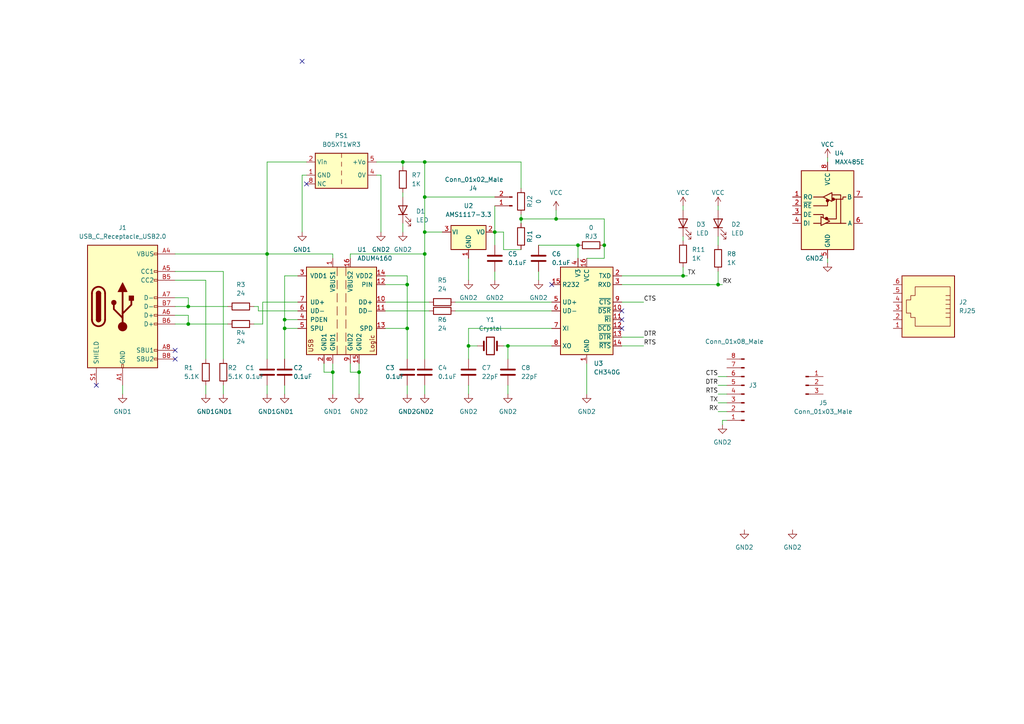
<source format=kicad_sch>
(kicad_sch (version 20211123) (generator eeschema)
  (paper "A4")
  (title_block (title "HIL01 - ISOLATED USB TO RS485"))
  (lib_symbols
    (symbol "Connector:Conn_01x02_Male" (pin_names (offset 1.016) hide)
      (property "Reference" "J" (at 0 2.54 0))
      (property "Value" "Conn_01x02_Male" (at 0 -5.08 0))
      (symbol "Conn_01x02_Male_1_1"
        (polyline (pts (xy 1.27 -2.54) (xy 0.8636 -2.54)) (stroke (width 0.1524)))
        (polyline (pts (xy 1.27 0) (xy 0.8636 0)) (stroke (width 0.1524)))
        (rectangle (start 0.8636 -2.413) (end 0 -2.667) (stroke (width 0.1524)) (fill (type outline)))
        (rectangle (start 0.8636 0.127) (end 0 -0.127) (stroke (width 0.1524)) (fill (type outline)))
        (pin passive line (at 5.08 0 180) (length 3.81) (name "Pin_1") (number "1"))
        (pin passive line (at 5.08 -2.54 180) (length 3.81) (name "Pin_2") (number "2"))
      )
    )
    (symbol "Connector:Conn_01x03_Male" (pin_names (offset 1.016) hide)
      (property "Reference" "J" (at 0 5.08 0))
      (property "Value" "Conn_01x03_Male" (at 0 -5.08 0))
      (symbol "Conn_01x03_Male_1_1"
        (polyline (pts (xy 1.27 -2.54) (xy 0.8636 -2.54)) (stroke (width 0.1524)))
        (polyline (pts (xy 1.27 0) (xy 0.8636 0)) (stroke (width 0.1524)))
        (polyline (pts (xy 1.27 2.54) (xy 0.8636 2.54)) (stroke (width 0.1524)))
        (rectangle (start 0.8636 -2.413) (end 0 -2.667) (stroke (width 0.1524)) (fill (type outline)))
        (rectangle (start 0.8636 0.127) (end 0 -0.127) (stroke (width 0.1524)) (fill (type outline)))
        (rectangle (start 0.8636 2.667) (end 0 2.413) (stroke (width 0.1524)) (fill (type outline)))
        (pin passive line (at 5.08 2.54 180) (length 3.81) (name "Pin_1") (number "1"))
        (pin passive line (at 5.08 0 180) (length 3.81) (name "Pin_2") (number "2"))
        (pin passive line (at 5.08 -2.54 180) (length 3.81) (name "Pin_3") (number "3"))
      )
    )
    (symbol "Connector:Conn_01x08_Male" (pin_names (offset 1.016) hide)
      (property "Reference" "J" (at 0 10.16 0))
      (property "Value" "Conn_01x08_Male" (at 0 -12.7 0))
      (symbol "Conn_01x08_Male_1_1"
        (polyline (pts (xy 1.27 -10.16) (xy 0.8636 -10.16)) (stroke (width 0.1524)))
        (polyline (pts (xy 1.27 -7.62) (xy 0.8636 -7.62)) (stroke (width 0.1524)))
        (polyline (pts (xy 1.27 -5.08) (xy 0.8636 -5.08)) (stroke (width 0.1524)))
        (polyline (pts (xy 1.27 -2.54) (xy 0.8636 -2.54)) (stroke (width 0.1524)))
        (polyline (pts (xy 1.27 0) (xy 0.8636 0)) (stroke (width 0.1524)))
        (polyline (pts (xy 1.27 2.54) (xy 0.8636 2.54)) (stroke (width 0.1524)))
        (polyline (pts (xy 1.27 5.08) (xy 0.8636 5.08)) (stroke (width 0.1524)))
        (polyline (pts (xy 1.27 7.62) (xy 0.8636 7.62)) (stroke (width 0.1524)))
        (rectangle (start 0.8636 -10.033) (end 0 -10.287) (stroke (width 0.1524)) (fill (type outline)))
        (rectangle (start 0.8636 -7.493) (end 0 -7.747) (stroke (width 0.1524)) (fill (type outline)))
        (rectangle (start 0.8636 -4.953) (end 0 -5.207) (stroke (width 0.1524)) (fill (type outline)))
        (rectangle (start 0.8636 -2.413) (end 0 -2.667) (stroke (width 0.1524)) (fill (type outline)))
        (rectangle (start 0.8636 0.127) (end 0 -0.127) (stroke (width 0.1524)) (fill (type outline)))
        (rectangle (start 0.8636 2.667) (end 0 2.413) (stroke (width 0.1524)) (fill (type outline)))
        (rectangle (start 0.8636 5.207) (end 0 4.953) (stroke (width 0.1524)) (fill (type outline)))
        (rectangle (start 0.8636 7.747) (end 0 7.493) (stroke (width 0.1524)) (fill (type outline)))
        (pin passive line (at 5.08 7.62 180) (length 3.81) (name "Pin_1") (number "1"))
        (pin passive line (at 5.08 5.08 180) (length 3.81) (name "Pin_2") (number "2"))
        (pin passive line (at 5.08 2.54 180) (length 3.81) (name "Pin_3") (number "3"))
        (pin passive line (at 5.08 0 180) (length 3.81) (name "Pin_4") (number "4"))
        (pin passive line (at 5.08 -2.54 180) (length 3.81) (name "Pin_5") (number "5"))
        (pin passive line (at 5.08 -5.08 180) (length 3.81) (name "Pin_6") (number "6"))
        (pin passive line (at 5.08 -7.62 180) (length 3.81) (name "Pin_7") (number "7"))
        (pin passive line (at 5.08 -10.16 180) (length 3.81) (name "Pin_8") (number "8"))
      )
    )
    (symbol "Connector:RJ25" (pin_names (offset 1.016))
      (property "Reference" "J" (at -5.08 11.43 0))
      (property "Value" "RJ25" (at 2.54 11.43 0))
      (symbol "RJ25_0_1"
        (polyline (pts (xy -6.35 -1.905) (xy -5.08 -1.905) (xy -5.08 -1.905)))
        (polyline (pts (xy -6.35 -0.635) (xy -5.08 -0.635) (xy -5.08 -0.635)))
        (polyline (pts (xy -6.35 0.635) (xy -5.08 0.635) (xy -5.08 0.635)))
        (polyline (pts (xy -6.35 1.905) (xy -5.08 1.905) (xy -5.08 1.905)))
        (polyline (pts (xy -6.35 3.175) (xy -5.08 3.175) (xy -5.08 3.175)))
        (polyline (pts (xy -5.08 4.445) (xy -6.35 4.445) (xy -6.35 4.445)))
        (polyline (pts (xy -6.35 -4.445) (xy -6.35 6.985) (xy 3.81 6.985) (xy 3.81 4.445) (xy 5.08 4.445) (xy 5.08 3.175) (xy 6.35 3.175) (xy 6.35 -0.635) (xy 5.08 -0.635) (xy 5.08 -1.905) (xy 3.81 -1.905) (xy 3.81 -4.445) (xy -6.35 -4.445) (xy -6.35 -4.445)))
        (rectangle (start 7.62 10.16) (end -7.62 -7.62) (stroke (width 0.254)) (fill (type background)))
      )
      (symbol "RJ25_1_1"
        (pin passive line (at 10.16 -5.08 180) (length 2.54) (name "~") (number "1"))
        (pin passive line (at 10.16 -2.54 180) (length 2.54) (name "~") (number "2"))
        (pin passive line (at 10.16 0 180) (length 2.54) (name "~") (number "3"))
        (pin passive line (at 10.16 2.54 180) (length 2.54) (name "~") (number "4"))
        (pin passive line (at 10.16 5.08 180) (length 2.54) (name "~") (number "5"))
        (pin passive line (at 10.16 7.62 180) (length 2.54) (name "~") (number "6"))
      )
    )
    (symbol "Connector:USB_C_Receptacle_USB2.0" (pin_names (offset 1.016))
      (property "Reference" "J" (at -10.16 19.05 0))
      (property "Value" "USB_C_Receptacle_USB2.0" (at 19.05 19.05 0))
      (symbol "USB_C_Receptacle_USB2.0_0_0"
        (rectangle (start -0.254 -17.78) (end 0.254 -16.764))
        (rectangle (start 10.16 -14.986) (end 9.144 -15.494))
        (rectangle (start 10.16 -12.446) (end 9.144 -12.954))
        (rectangle (start 10.16 -4.826) (end 9.144 -5.334))
        (rectangle (start 10.16 -2.286) (end 9.144 -2.794))
        (rectangle (start 10.16 0.254) (end 9.144 -0.254))
        (rectangle (start 10.16 2.794) (end 9.144 2.286))
        (rectangle (start 10.16 7.874) (end 9.144 7.366))
        (rectangle (start 10.16 10.414) (end 9.144 9.906))
        (rectangle (start 10.16 15.494) (end 9.144 14.986))
      )
      (symbol "USB_C_Receptacle_USB2.0_0_1"
        (rectangle (start -10.16 17.78) (end 10.16 -17.78) (stroke (width 0.254)) (fill (type background)))
        (arc (start -8.89 -3.81) (mid -6.985 -5.715) (end -5.08 -3.81) (stroke (width 0.508)))
        (arc (start -7.62 -3.81) (mid -6.985 -4.445) (end -6.35 -3.81) (stroke (width 0.254)))
        (arc (start -7.62 -3.81) (mid -6.985 -4.445) (end -6.35 -3.81) (stroke (width 0.254)) (fill (type outline)))
        (rectangle (start -7.62 -3.81) (end -6.35 3.81) (stroke (width 0.254)) (fill (type outline)))
        (arc (start -6.35 3.81) (mid -6.985 4.445) (end -7.62 3.81) (stroke (width 0.254)))
        (arc (start -6.35 3.81) (mid -6.985 4.445) (end -7.62 3.81) (stroke (width 0.254)) (fill (type outline)))
        (arc (start -5.08 3.81) (mid -6.985 5.715) (end -8.89 3.81) (stroke (width 0.508)))
        (circle (center -2.54 1.143) (radius 0.635) (stroke (width 0.254)) (fill (type outline)))
        (circle (center 0 -5.842) (radius 1.27) (fill (type outline)))
        (polyline (pts (xy -8.89 -3.81) (xy -8.89 3.81)) (stroke (width 0.508)))
        (polyline (pts (xy -5.08 3.81) (xy -5.08 -3.81)) (stroke (width 0.508)))
        (polyline (pts (xy 0 -5.842) (xy 0 4.318)) (stroke (width 0.508)))
        (polyline (pts (xy 0 -3.302) (xy -2.54 -0.762) (xy -2.54 0.508)) (stroke (width 0.508)))
        (polyline (pts (xy 0 -2.032) (xy 2.54 0.508) (xy 2.54 1.778)) (stroke (width 0.508)))
        (polyline (pts (xy -1.27 4.318) (xy 0 6.858) (xy 1.27 4.318) (xy -1.27 4.318)) (stroke (width 0.254)) (fill (type outline)))
        (rectangle (start 1.905 1.778) (end 3.175 3.048) (stroke (width 0.254)) (fill (type outline)))
      )
      (symbol "USB_C_Receptacle_USB2.0_1_1"
        (pin passive line (at 0 -22.86 90) (length 5.08) (name "GND") (number "A1"))
        (pin passive line (at 0 -22.86 90) (length 5.08) hide (name "GND") (number "A12"))
        (pin passive line (at 15.24 15.24 180) (length 5.08) (name "VBUS") (number "A4"))
        (pin bidirectional line (at 15.24 10.16 180) (length 5.08) (name "CC1") (number "A5"))
        (pin bidirectional line (at 15.24 -2.54 180) (length 5.08) (name "D+") (number "A6"))
        (pin bidirectional line (at 15.24 2.54 180) (length 5.08) (name "D-") (number "A7"))
        (pin bidirectional line (at 15.24 -12.7 180) (length 5.08) (name "SBU1") (number "A8"))
        (pin passive line (at 15.24 15.24 180) (length 5.08) hide (name "VBUS") (number "A9"))
        (pin passive line (at 0 -22.86 90) (length 5.08) hide (name "GND") (number "B1"))
        (pin passive line (at 0 -22.86 90) (length 5.08) hide (name "GND") (number "B12"))
        (pin passive line (at 15.24 15.24 180) (length 5.08) hide (name "VBUS") (number "B4"))
        (pin bidirectional line (at 15.24 7.62 180) (length 5.08) (name "CC2") (number "B5"))
        (pin bidirectional line (at 15.24 -5.08 180) (length 5.08) (name "D+") (number "B6"))
        (pin bidirectional line (at 15.24 0 180) (length 5.08) (name "D-") (number "B7"))
        (pin bidirectional line (at 15.24 -15.24 180) (length 5.08) (name "SBU2") (number "B8"))
        (pin passive line (at 15.24 15.24 180) (length 5.08) hide (name "VBUS") (number "B9"))
        (pin passive line (at -7.62 -22.86 90) (length 5.08) (name "SHIELD") (number "S1"))
      )
    )
    (symbol "Converter_DCDC_SMD:B05XT1WR3"
      (property "Reference" "PS" (at -7.62 6.35 0))
      (property "Value" "B05XT1WR3" (at 1.27 6.35 0))
      (symbol "B05XT1WR3_0_0"
        (pin power_in line (at -10.16 -1.27 0) (length 2.54) (name "GND") (number "1"))
        (pin power_in line (at -10.16 2.54 0) (length 2.54) (name "Vin") (number "2"))
        (pin power_out line (at 10.16 -1.27 180) (length 2.54) (name "0V") (number "4"))
        (pin power_out line (at 10.16 2.54 180) (length 2.54) (name "+Vo") (number "5"))
        (pin power_in line (at -10.16 -3.81 0) (length 2.54) (name "NC") (number "8"))
      )
      (symbol "B05XT1WR3_0_1"
        (rectangle (start -7.62 5.08) (end 7.62 -5.08) (stroke (width 0.254)) (fill (type background)))
        (polyline (pts (xy 0 -2.54) (xy 0 -3.81)))
        (polyline (pts (xy 0 0) (xy 0 -1.27)))
        (polyline (pts (xy 0 2.54) (xy 0 1.27)))
        (polyline (pts (xy 0 5.08) (xy 0 3.81)))
      )
    )
    (symbol "Device:C" (pin_numbers hide) (pin_names (offset 0.254))
      (property "Reference" "C" (at 0.635 2.54 0))
      (property "Value" "C" (at 0.635 -2.54 0))
      (symbol "C_0_1"
        (polyline (pts (xy -2.032 -0.762) (xy 2.032 -0.762)) (stroke (width 0.508)))
        (polyline (pts (xy -2.032 0.762) (xy 2.032 0.762)) (stroke (width 0.508)))
      )
      (symbol "C_1_1"
        (pin passive line (at 0 3.81 270) (length 2.794) (name "~") (number "1"))
        (pin passive line (at 0 -3.81 90) (length 2.794) (name "~") (number "2"))
      )
    )
    (symbol "Device:Crystal" (pin_numbers hide) (pin_names (offset 1.016) hide)
      (property "Reference" "Y" (at 0 3.81 0))
      (property "Value" "Crystal" (at 0 -3.81 0))
      (symbol "Crystal_0_1"
        (rectangle (start -1.143 2.54) (end 1.143 -2.54) (stroke (width 0.3048)))
        (polyline (pts (xy -2.54 0) (xy -1.905 0)))
        (polyline (pts (xy -1.905 -1.27) (xy -1.905 1.27)) (stroke (width 0.508)))
        (polyline (pts (xy 1.905 -1.27) (xy 1.905 1.27)) (stroke (width 0.508)))
        (polyline (pts (xy 2.54 0) (xy 1.905 0)))
      )
      (symbol "Crystal_1_1"
        (pin passive line (at -3.81 0 0) (length 1.27) (name "1") (number "1"))
        (pin passive line (at 3.81 0 180) (length 1.27) (name "2") (number "2"))
      )
    )
    (symbol "Device:LED" (pin_numbers hide) (pin_names (offset 1.016) hide)
      (property "Reference" "D" (at 0 2.54 0))
      (property "Value" "LED" (at 0 -2.54 0))
      (symbol "LED_0_1"
        (polyline (pts (xy -1.27 -1.27) (xy -1.27 1.27)) (stroke (width 0.254)))
        (polyline (pts (xy -1.27 0) (xy 1.27 0)))
        (polyline (pts (xy 1.27 -1.27) (xy 1.27 1.27) (xy -1.27 0) (xy 1.27 -1.27)) (stroke (width 0.254)))
        (polyline (pts (xy -3.048 -0.762) (xy -4.572 -2.286) (xy -3.81 -2.286) (xy -4.572 -2.286) (xy -4.572 -1.524)))
        (polyline (pts (xy -1.778 -0.762) (xy -3.302 -2.286) (xy -2.54 -2.286) (xy -3.302 -2.286) (xy -3.302 -1.524)))
      )
      (symbol "LED_1_1"
        (pin passive line (at -3.81 0 0) (length 2.54) (name "K") (number "1"))
        (pin passive line (at 3.81 0 180) (length 2.54) (name "A") (number "2"))
      )
    )
    (symbol "Device:R" (pin_numbers hide) (pin_names (offset 0))
      (property "Reference" "R" (at 2.032 0 90))
      (property "Value" "R" (at 0 0 90))
      (symbol "R_0_1"
        (rectangle (start -1.016 -2.54) (end 1.016 2.54) (stroke (width 0.254)))
      )
      (symbol "R_1_1"
        (pin passive line (at 0 3.81 270) (length 1.27) (name "~") (number "1"))
        (pin passive line (at 0 -3.81 90) (length 1.27) (name "~") (number "2"))
      )
    )
    (symbol "Interface_UART:MAX485E"
      (property "Reference" "U" (at -6.096 11.43 0))
      (property "Value" "MAX485E" (at 0.762 11.43 0))
      (symbol "MAX485E_0_1"
        (rectangle (start -7.62 10.16) (end 7.62 -12.7) (stroke (width 0.254)) (fill (type background)))
        (circle (center -0.3048 -3.683) (radius 0.3556) (stroke (width 0.254)) (fill (type outline)))
        (circle (center -0.0254 1.4986) (radius 0.3556) (stroke (width 0.254)) (fill (type outline)))
        (polyline (pts (xy -4.064 -5.08) (xy -1.905 -5.08)) (stroke (width 0.254)))
        (polyline (pts (xy -4.064 2.54) (xy -1.27 2.54)) (stroke (width 0.254)))
        (polyline (pts (xy -1.27 -3.2004) (xy -1.27 -3.4544)) (stroke (width 0.254)))
        (polyline (pts (xy -0.635 -5.08) (xy 5.334 -5.08)) (stroke (width 0.254)))
        (polyline (pts (xy -4.064 -2.54) (xy -1.27 -2.54) (xy -1.27 -3.175)) (stroke (width 0.254)))
        (polyline (pts (xy 0 1.27) (xy 0 0) (xy -4.064 0)) (stroke (width 0.254)))
        (polyline (pts (xy 1.27 3.175) (xy 3.81 3.175) (xy 3.81 -5.08)) (stroke (width 0.254)))
        (polyline (pts (xy 2.54 1.905) (xy 2.54 -3.81) (xy 0 -3.81)) (stroke (width 0.254)))
        (polyline (pts (xy -1.905 -3.175) (xy -1.905 -5.715) (xy 0.635 -4.445) (xy -1.905 -3.175)) (stroke (width 0.254)))
        (polyline (pts (xy -1.27 2.54) (xy 1.27 3.81) (xy 1.27 1.27) (xy -1.27 2.54)) (stroke (width 0.254)))
        (polyline (pts (xy 1.905 1.905) (xy 4.445 1.905) (xy 4.445 2.54) (xy 5.334 2.54)) (stroke (width 0.254)))
        (rectangle (start 1.27 3.175) (end 1.27 3.175))
        (circle (center 1.651 1.905) (radius 0.3556) (stroke (width 0.254)) (fill (type outline)))
      )
      (symbol "MAX485E_1_1"
        (pin output line (at -10.16 2.54 0) (length 2.54) (name "RO") (number "1"))
        (pin input line (at -10.16 0 0) (length 2.54) (name "~{RE}") (number "2"))
        (pin input line (at -10.16 -2.54 0) (length 2.54) (name "DE") (number "3"))
        (pin input line (at -10.16 -5.08 0) (length 2.54) (name "DI") (number "4"))
        (pin power_in line (at 0 -15.24 90) (length 2.54) (name "GND") (number "5"))
        (pin bidirectional line (at 10.16 -5.08 180) (length 2.54) (name "A") (number "6"))
        (pin bidirectional line (at 10.16 2.54 180) (length 2.54) (name "B") (number "7"))
        (pin power_in line (at 0 12.7 270) (length 2.54) (name "VCC") (number "8"))
      )
    )
    (symbol "Interface_USB:ADUM4160" (pin_names (offset 1.016))
      (property "Reference" "U" (at -10.16 13.97 0))
      (property "Value" "ADUM4160" (at 3.81 13.97 0))
      (symbol "ADUM4160_0_0"
        (text "Logic" (at 8.89 -12.065 900) (effects (font (size 1.27 1.27)) (justify left)))
      )
      (symbol "ADUM4160_0_1"
        (rectangle (start -10.16 12.7) (end 10.16 -12.7) (stroke (width 0.254)) (fill (type background)))
        (polyline (pts (xy -1.27 -10.16) (xy -1.27 -12.7)))
        (polyline (pts (xy -1.27 -6.35) (xy -1.27 -8.89)))
        (polyline (pts (xy -1.27 -2.54) (xy -1.27 -5.08)))
        (polyline (pts (xy -1.27 1.27) (xy -1.27 -1.27)))
        (polyline (pts (xy -1.27 5.08) (xy -1.27 2.54)))
        (polyline (pts (xy -1.27 8.89) (xy -1.27 6.35)))
        (polyline (pts (xy -1.27 12.7) (xy -1.27 10.16)))
        (polyline (pts (xy 1.27 -10.16) (xy 1.27 -12.7)))
        (polyline (pts (xy 1.27 -6.35) (xy 1.27 -8.89)))
        (polyline (pts (xy 1.27 -2.54) (xy 1.27 -5.08)))
        (polyline (pts (xy 1.27 1.27) (xy 1.27 -1.27)))
        (polyline (pts (xy 1.27 5.08) (xy 1.27 2.54)))
        (polyline (pts (xy 1.27 8.89) (xy 1.27 6.35)))
        (polyline (pts (xy 1.27 12.7) (xy 1.27 10.16)))
      )
      (symbol "ADUM4160_1_0"
        (text "USB" (at -8.89 -12.065 900) (effects (font (size 1.27 1.27)) (justify left)))
      )
      (symbol "ADUM4160_1_1"
        (pin power_in line (at -2.54 15.24 270) (length 2.54) (name "VBUS1") (number "1"))
        (pin bidirectional line (at 12.7 2.54 180) (length 2.54) (name "DD+") (number "10"))
        (pin bidirectional line (at 12.7 0 180) (length 2.54) (name "DD-") (number "11"))
        (pin input line (at 12.7 7.62 180) (length 2.54) (name "PIN") (number "12"))
        (pin input line (at 12.7 -5.08 180) (length 2.54) (name "SPD") (number "13"))
        (pin power_in line (at 12.7 10.16 180) (length 2.54) (name "VDD2") (number "14"))
        (pin power_in line (at 5.08 -15.24 90) (length 2.54) (name "GND2") (number "15"))
        (pin power_in line (at 2.54 15.24 270) (length 2.54) (name "VBUS2") (number "16"))
        (pin power_in line (at -5.08 -15.24 90) (length 2.54) (name "GND1") (number "2"))
        (pin power_in line (at -12.7 10.16 0) (length 2.54) (name "VDD1") (number "3"))
        (pin input line (at -12.7 -2.54 0) (length 2.54) (name "PDEN") (number "4"))
        (pin input line (at -12.7 -5.08 0) (length 2.54) (name "SPU") (number "5"))
        (pin bidirectional line (at -12.7 0 0) (length 2.54) (name "UD-") (number "6"))
        (pin bidirectional line (at -12.7 2.54 0) (length 2.54) (name "UD+") (number "7"))
        (pin power_in line (at -2.54 -15.24 90) (length 2.54) (name "GND1") (number "8"))
        (pin power_in line (at 2.54 -15.24 90) (length 2.54) (name "GND2") (number "9"))
      )
    )
    (symbol "Interface_USB:CH340G"
      (property "Reference" "U" (at -5.08 13.97 0))
      (property "Value" "CH340G" (at 1.27 13.97 0))
      (symbol "CH340G_0_1"
        (rectangle (start -7.62 12.7) (end 7.62 -12.7) (stroke (width 0.254)) (fill (type background)))
      )
      (symbol "CH340G_1_1"
        (pin power_in line (at 0 -15.24 90) (length 2.54) (name "GND") (number "1"))
        (pin input line (at 10.16 0 180) (length 2.54) (name "~{DSR}") (number "10"))
        (pin input line (at 10.16 -2.54 180) (length 2.54) (name "~{RI}") (number "11"))
        (pin input line (at 10.16 -5.08 180) (length 2.54) (name "~{DCD}") (number "12"))
        (pin output line (at 10.16 -7.62 180) (length 2.54) (name "~{DTR}") (number "13"))
        (pin output line (at 10.16 -10.16 180) (length 2.54) (name "~{RTS}") (number "14"))
        (pin input line (at -10.16 7.62 0) (length 2.54) (name "R232") (number "15"))
        (pin power_in line (at 0 15.24 270) (length 2.54) (name "VCC") (number "16"))
        (pin output line (at 10.16 10.16 180) (length 2.54) (name "TXD") (number "2"))
        (pin input line (at 10.16 7.62 180) (length 2.54) (name "RXD") (number "3"))
        (pin passive line (at -2.54 15.24 270) (length 2.54) (name "V3") (number "4"))
        (pin bidirectional line (at -10.16 2.54 0) (length 2.54) (name "UD+") (number "5"))
        (pin bidirectional line (at -10.16 0 0) (length 2.54) (name "UD-") (number "6"))
        (pin input line (at -10.16 -5.08 0) (length 2.54) (name "XI") (number "7"))
        (pin output line (at -10.16 -10.16 0) (length 2.54) (name "XO") (number "8"))
        (pin input line (at 10.16 2.54 180) (length 2.54) (name "~{CTS}") (number "9"))
      )
    )
    (symbol "Regulator_Linear:AMS1117-3.3" (pin_names (offset 0.254))
      (property "Reference" "U" (at -3.81 3.175 0))
      (property "Value" "AMS1117-3.3" (at 0 3.175 0))
      (symbol "AMS1117-3.3_0_1"
        (rectangle (start -5.08 -5.08) (end 5.08 1.905) (stroke (width 0.254)) (fill (type background)))
      )
      (symbol "AMS1117-3.3_1_1"
        (pin power_in line (at 0 -7.62 90) (length 2.54) (name "GND") (number "1"))
        (pin power_out line (at 7.62 0 180) (length 2.54) (name "VO") (number "2"))
        (pin power_in line (at -7.62 0 0) (length 2.54) (name "VI") (number "3"))
      )
    )
    (symbol "power:GND1" (power) (pin_names (offset 0))
      (property "Value" "GND1" (at 0 -3.81 0))
      (symbol "GND1_0_1"
        (polyline (pts (xy 0 0) (xy 0 -1.27) (xy 1.27 -1.27) (xy 0 -2.54) (xy -1.27 -1.27) (xy 0 -1.27)))
      )
      (symbol "GND1_1_1"
        (pin power_in line (at 0 0 270) (length 0) hide (name "GND1") (number "1"))
      )
    )
    (symbol "power:GND2" (power) (pin_names (offset 0))
      (property "Value" "GND2" (at 0 -3.81 0))
      (symbol "GND2_0_1"
        (polyline (pts (xy 0 0) (xy 0 -1.27) (xy 1.27 -1.27) (xy 0 -2.54) (xy -1.27 -1.27) (xy 0 -1.27)))
      )
      (symbol "GND2_1_1"
        (pin power_in line (at 0 0 270) (length 0) hide (name "GND2") (number "1"))
      )
    )
    (symbol "power:VCC" (power) (pin_names (offset 0))
      (property "Value" "VCC" (at 0 3.81 0))
      (symbol "VCC_0_1"
        (polyline (pts (xy -0.762 1.27) (xy 0 2.54)))
        (polyline (pts (xy 0 0) (xy 0 2.54)))
        (polyline (pts (xy 0 2.54) (xy 0.762 1.27)))
      )
      (symbol "VCC_1_1"
        (pin power_in line (at 0 0 90) (length 0) hide (name "VCC") (number "1"))
      )
    )
  )
  (junction (at 96.52 107.95))
  (junction (at 77.47 73.66))
  (junction (at 123.19 73.66))
  (junction (at 123.19 57.15))
  (junction (at 82.55 92.71))
  (junction (at 147.32 100.33))
  (junction (at 143.51 67.31))
  (junction (at 104.14 107.95))
  (junction (at 151.13 63.5))
  (junction (at 123.19 46.99))
  (junction (at 118.11 82.55))
  (junction (at 118.11 95.25))
  (junction (at 167.64 71.12))
  (junction (at 198.12 80.01))
  (junction (at 116.84 46.99))
  (junction (at 208.28 82.55))
  (junction (at 54.61 88.9))
  (junction (at 123.19 67.31))
  (junction (at 135.89 100.33))
  (junction (at 54.61 93.98))
  (junction (at 175.26 71.12))
  (junction (at 161.29 63.5))
  (junction (at 82.55 95.25))
  (no_connect (at 27.94 111.76))
  (no_connect (at 180.34 92.71))
  (no_connect (at 87.63 17.78))
  (no_connect (at 50.8 104.14))
  (no_connect (at 50.8 101.6))
  (no_connect (at 160.02 82.55))
  (no_connect (at 180.34 95.25))
  (no_connect (at 180.34 90.17))
  (no_connect (at 88.9 53.34))
  (wire (pts (xy 54.61 91.44) (xy 54.61 93.98)))
  (wire (pts (xy 111.76 80.01) (xy 118.11 80.01)))
  (wire (pts (xy 118.11 111.76) (xy 118.11 114.3)))
  (wire (pts (xy 132.08 87.63) (xy 160.02 87.63)))
  (wire (pts (xy 88.9 50.8) (xy 87.63 50.8)))
  (wire (pts (xy 209.55 123.19) (xy 209.55 121.92)))
  (wire (pts (xy 82.55 92.71) (xy 82.55 95.25)))
  (wire (pts (xy 240.03 45.72) (xy 240.03 46.99)))
  (wire (pts (xy 82.55 95.25) (xy 82.55 104.14)))
  (wire (pts (xy 135.89 100.33) (xy 135.89 104.14)))
  (wire (pts (xy 111.76 87.63) (xy 124.46 87.63)))
  (wire (pts (xy 82.55 80.01) (xy 82.55 92.71)))
  (wire (pts (xy 143.51 59.69) (xy 143.51 67.31)))
  (wire (pts (xy 146.05 72.39) (xy 146.05 67.31)))
  (wire (pts (xy 35.56 111.76) (xy 35.56 114.3)))
  (wire (pts (xy 123.19 46.99) (xy 123.19 57.15)))
  (wire (pts (xy 111.76 90.17) (xy 124.46 90.17)))
  (wire (pts (xy 156.21 78.74) (xy 156.21 81.28)))
  (wire (pts (xy 93.98 105.41) (xy 93.98 107.95)))
  (wire (pts (xy 135.89 74.93) (xy 135.89 81.28)))
  (wire (pts (xy 118.11 82.55) (xy 118.11 95.25)))
  (wire (pts (xy 87.63 50.8) (xy 87.63 67.31)))
  (wire (pts (xy 50.8 91.44) (xy 54.61 91.44)))
  (wire (pts (xy 54.61 93.98) (xy 50.8 93.98)))
  (wire (pts (xy 180.34 82.55) (xy 208.28 82.55)))
  (wire (pts (xy 147.32 100.33) (xy 160.02 100.33)))
  (wire (pts (xy 101.6 107.95) (xy 104.14 107.95)))
  (wire (pts (xy 82.55 80.01) (xy 86.36 80.01)))
  (wire (pts (xy 104.14 105.41) (xy 104.14 107.95)))
  (wire (pts (xy 132.08 90.17) (xy 160.02 90.17)))
  (wire (pts (xy 123.19 67.31) (xy 128.27 67.31)))
  (wire (pts (xy 111.76 82.55) (xy 118.11 82.55)))
  (wire (pts (xy 82.55 92.71) (xy 86.36 92.71)))
  (wire (pts (xy 111.76 95.25) (xy 118.11 95.25)))
  (wire (pts (xy 116.84 55.88) (xy 116.84 57.15)))
  (wire (pts (xy 180.34 80.01) (xy 198.12 80.01)))
  (wire (pts (xy 64.77 111.76) (xy 64.77 114.3)))
  (wire (pts (xy 167.64 71.12) (xy 156.21 71.12)))
  (wire (pts (xy 198.12 59.69) (xy 198.12 60.96)))
  (wire (pts (xy 82.55 95.25) (xy 86.36 95.25)))
  (wire (pts (xy 143.51 78.74) (xy 143.51 81.28)))
  (wire (pts (xy 151.13 63.5) (xy 151.13 64.77)))
  (wire (pts (xy 74.93 90.17) (xy 86.36 90.17)))
  (wire (pts (xy 50.8 73.66) (xy 77.47 73.66)))
  (wire (pts (xy 96.52 107.95) (xy 96.52 114.3)))
  (wire (pts (xy 198.12 80.01) (xy 198.12 77.47)))
  (wire (pts (xy 118.11 80.01) (xy 118.11 82.55)))
  (wire (pts (xy 240.03 74.93) (xy 240.03 76.2)))
  (wire (pts (xy 147.32 111.76) (xy 147.32 114.3)))
  (wire (pts (xy 116.84 64.77) (xy 116.84 67.31)))
  (wire (pts (xy 175.26 71.12) (xy 175.26 74.93)))
  (wire (pts (xy 96.52 73.66) (xy 96.52 74.93)))
  (wire (pts (xy 59.69 111.76) (xy 59.69 114.3)))
  (wire (pts (xy 77.47 111.76) (xy 77.47 114.3)))
  (wire (pts (xy 82.55 111.76) (xy 82.55 114.3)))
  (wire (pts (xy 208.28 116.84) (xy 210.82 116.84)))
  (wire (pts (xy 76.2 87.63) (xy 86.36 87.63)))
  (wire (pts (xy 116.84 46.99) (xy 123.19 46.99)))
  (wire (pts (xy 109.22 50.8) (xy 110.49 50.8)))
  (wire (pts (xy 50.8 86.36) (xy 54.61 86.36)))
  (wire (pts (xy 110.49 50.8) (xy 110.49 67.31)))
  (wire (pts (xy 77.47 46.99) (xy 77.47 73.66)))
  (wire (pts (xy 54.61 88.9) (xy 50.8 88.9)))
  (wire (pts (xy 123.19 111.76) (xy 123.19 114.3)))
  (wire (pts (xy 208.28 119.38) (xy 210.82 119.38)))
  (wire (pts (xy 151.13 62.23) (xy 151.13 63.5)))
  (wire (pts (xy 208.28 111.76) (xy 210.82 111.76)))
  (wire (pts (xy 208.28 68.58) (xy 208.28 71.12)))
  (wire (pts (xy 64.77 78.74) (xy 64.77 104.14)))
  (wire (pts (xy 180.34 100.33) (xy 186.69 100.33)))
  (wire (pts (xy 151.13 63.5) (xy 161.29 63.5)))
  (wire (pts (xy 198.12 80.01) (xy 199.39 80.01)))
  (wire (pts (xy 135.89 111.76) (xy 135.89 114.3)))
  (wire (pts (xy 54.61 86.36) (xy 54.61 88.9)))
  (wire (pts (xy 101.6 74.93) (xy 101.6 73.66)))
  (wire (pts (xy 77.47 73.66) (xy 96.52 73.66)))
  (wire (pts (xy 175.26 63.5) (xy 175.26 71.12)))
  (wire (pts (xy 146.05 100.33) (xy 147.32 100.33)))
  (wire (pts (xy 109.22 46.99) (xy 116.84 46.99)))
  (wire (pts (xy 180.34 97.79) (xy 186.69 97.79)))
  (wire (pts (xy 147.32 100.33) (xy 147.32 104.14)))
  (wire (pts (xy 175.26 74.93) (xy 170.18 74.93)))
  (wire (pts (xy 93.98 107.95) (xy 96.52 107.95)))
  (wire (pts (xy 76.2 93.98) (xy 76.2 87.63)))
  (wire (pts (xy 151.13 46.99) (xy 151.13 54.61)))
  (wire (pts (xy 208.28 109.22) (xy 210.82 109.22)))
  (wire (pts (xy 138.43 100.33) (xy 135.89 100.33)))
  (wire (pts (xy 123.19 67.31) (xy 123.19 73.66)))
  (wire (pts (xy 73.66 93.98) (xy 76.2 93.98)))
  (wire (pts (xy 208.28 82.55) (xy 209.55 82.55)))
  (wire (pts (xy 208.28 82.55) (xy 208.28 78.74)))
  (wire (pts (xy 59.69 81.28) (xy 59.69 104.14)))
  (wire (pts (xy 123.19 73.66) (xy 123.19 104.14)))
  (wire (pts (xy 101.6 73.66) (xy 123.19 73.66)))
  (wire (pts (xy 161.29 60.96) (xy 161.29 63.5)))
  (wire (pts (xy 123.19 46.99) (xy 151.13 46.99)))
  (wire (pts (xy 50.8 78.74) (xy 64.77 78.74)))
  (wire (pts (xy 167.64 74.93) (xy 167.64 71.12)))
  (wire (pts (xy 146.05 72.39) (xy 151.13 72.39)))
  (wire (pts (xy 54.61 88.9) (xy 66.04 88.9)))
  (wire (pts (xy 104.14 107.95) (xy 104.14 114.3)))
  (wire (pts (xy 209.55 121.92) (xy 210.82 121.92)))
  (wire (pts (xy 74.93 88.9) (xy 74.93 90.17)))
  (wire (pts (xy 118.11 95.25) (xy 118.11 104.14)))
  (wire (pts (xy 101.6 105.41) (xy 101.6 107.95)))
  (wire (pts (xy 135.89 95.25) (xy 135.89 100.33)))
  (wire (pts (xy 96.52 105.41) (xy 96.52 107.95)))
  (wire (pts (xy 208.28 59.69) (xy 208.28 60.96)))
  (wire (pts (xy 146.05 67.31) (xy 143.51 67.31)))
  (wire (pts (xy 123.19 57.15) (xy 143.51 57.15)))
  (wire (pts (xy 208.28 114.3) (xy 210.82 114.3)))
  (wire (pts (xy 116.84 46.99) (xy 116.84 48.26)))
  (wire (pts (xy 54.61 93.98) (xy 66.04 93.98)))
  (wire (pts (xy 88.9 46.99) (xy 77.47 46.99)))
  (wire (pts (xy 161.29 63.5) (xy 175.26 63.5)))
  (wire (pts (xy 180.34 87.63) (xy 186.69 87.63)))
  (wire (pts (xy 77.47 73.66) (xy 77.47 104.14)))
  (wire (pts (xy 143.51 67.31) (xy 143.51 71.12)))
  (wire (pts (xy 198.12 68.58) (xy 198.12 69.85)))
  (wire (pts (xy 123.19 57.15) (xy 123.19 67.31)))
  (wire (pts (xy 170.18 105.41) (xy 170.18 114.3)))
  (wire (pts (xy 73.66 88.9) (xy 74.93 88.9)))
  (wire (pts (xy 50.8 81.28) (xy 59.69 81.28)))
  (wire (pts (xy 160.02 95.25) (xy 135.89 95.25)))
  (label "RX" (at 209.55 82.55 0))
  (label "RTS" (at 208.28 114.3 180))
  (label "TX" (at 199.39 80.01 0))
  (label "DTR" (at 208.28 111.76 180))
  (label "CTS" (at 186.69 87.63 0))
  (label "RTS" (at 186.69 100.33 0))
  (label "TX" (at 208.28 116.84 180))
  (label "RX" (at 208.28 119.38 180))
  (label "CTS" (at 208.28 109.22 180))
  (label "DTR" (at 186.69 97.79 0))
  (symbol (lib_id "Device:C") (at 82.55 107.95 0) (unit 1)
    (property "Reference" "C2" (at 85.09 106.68 0) (effects (justify left)))
    (property "Value" "0.1uF" (at 85.09 109.22 0) (effects (justify left)))
    (property "Footprint" "Capacitor_SMD:C_0805_2012Metric_Pad1.18x1.45mm_HandSolder" (effects hide))
  )
  (symbol (lib_id "Regulator_Linear:AMS1117-3.3") (at 135.89 67.31 0) (unit 1)
    (property "Reference" "U2" (at 135.89 59.69 0))
    (property "Value" "AMS1117-3.3" (at 135.89 62.23 0))
    (property "Footprint" "Package_TO_SOT_SMD:SOT-223-3_TabPin2" (effects hide))
    (property "Datasheet" "http://www.advanced-monolithic.com/pdf/ds1117.pdf" (effects hide))
  )
  (symbol (lib_id "Device:C") (at 156.21 74.93 0) (unit 1)
    (property "Reference" "C6" (at 160.02 73.6599 0) (effects (justify left)))
    (property "Value" "0.1uF" (at 160.02 76.1999 0) (effects (justify left)))
    (property "Footprint" "Capacitor_SMD:C_0805_2012Metric_Pad1.18x1.45mm_HandSolder" (effects hide))
  )
  (symbol (lib_id "Device:R") (at 171.45 71.12 90) (unit 1)
    (property "Reference" "RJ3" (at 171.45 68.58 90))
    (property "Value" "0" (at 171.45 66.04 90))
    (property "Footprint" "Resistor_SMD:R_0805_2012Metric_Pad1.20x1.40mm_HandSolder" (effects hide))
  )
  (symbol (lib_id "power:GND2") (at 215.9 153.67 0) (unit 1)
    (property "Reference" "#PWR0121" (effects hide))
    (property "Value" "GND2" (at 215.9 158.75 0))
  )
  (symbol (lib_id "Device:C") (at 143.51 74.93 0) (unit 1)
    (property "Reference" "C5" (at 147.32 73.6599 0) (effects (justify left)))
    (property "Value" "0.1uF" (at 147.32 76.1999 0) (effects (justify left)))
    (property "Footprint" "Capacitor_SMD:C_0805_2012Metric_Pad1.18x1.45mm_HandSolder" (effects hide))
  )
  (symbol (lib_id "power:GND2") (at 116.84 67.31 0) (unit 1)
    (property "Reference" "#PWR0118" (effects hide))
    (property "Value" "GND2" (at 116.84 72.39 0))
  )
  (symbol (lib_id "power:GND2") (at 143.51 81.28 0) (unit 1)
    (property "Reference" "#PWR0116" (effects hide))
    (property "Value" "GND2" (at 143.51 86.36 0))
  )
  (symbol (lib_id "Connector:Conn_01x03_Male") (at 233.68 111.76 0) (unit 1)
    (property "Reference" "J5" (at 238.76 116.84 0))
    (property "Value" "Conn_01x03_Male" (at 238.76 119.38 0))
    (property "Footprint" "Connector_PinHeader_2.54mm:PinHeader_1x03_P2.54mm_Vertical" (effects hide))
  )
  (symbol (lib_id "power:GND1") (at 82.55 114.3 0) (unit 1)
    (property "Reference" "#PWR0102" (effects hide))
    (property "Value" "GND1" (at 82.55 119.38 0))
  )
  (symbol (lib_id "power:GND2") (at 110.49 67.31 0) (unit 1)
    (property "Reference" "#PWR0112" (effects hide))
    (property "Value" "GND2" (at 110.49 72.39 0))
  )
  (symbol (lib_id "power:GND1") (at 87.63 67.31 0) (unit 1)
    (property "Reference" "#PWR0111" (effects hide))
    (property "Value" "GND1" (at 87.63 72.39 0))
  )
  (symbol (lib_id "Device:R") (at 198.12 73.66 0) (unit 1)
    (property "Reference" "R11" (at 200.66 72.3899 0) (effects (justify left)))
    (property "Value" "1K" (at 200.66 74.9299 0) (effects (justify left)))
    (property "Footprint" "Resistor_SMD:R_0805_2012Metric_Pad1.20x1.40mm_HandSolder" (effects hide))
  )
  (symbol (lib_id "power:GND2") (at 209.55 123.19 0) (unit 1)
    (property "Reference" "#PWR0124" (effects hide))
    (property "Value" "GND2" (at 209.55 128.27 0))
  )
  (symbol (lib_id "Connector:USB_C_Receptacle_USB2.0") (at 35.56 88.9 0) (unit 1)
    (property "Reference" "J1" (at 35.56 66.04 0))
    (property "Value" "USB_C_Receptacle_USB2.0" (at 35.56 68.58 0))
    (property "Footprint" "Connector_USB:USB_C_Receptacle_HRO_TYPE-C-31-M-12" (effects hide))
    (property "Datasheet" "https://www.usb.org/sites/default/files/documents/usb_type-c.zip" (effects hide))
  )
  (symbol (lib_id "Converter_DCDC_SMD:B05XT1WR3") (at 99.06 49.53 0) (unit 1)
    (property "Reference" "PS1" (at 99.06 39.37 0))
    (property "Value" "B05XT1WR3" (at 99.06 41.91 0))
    (property "Footprint" "Converter_DCDC_SMD:Converter_DCDC_Mornsun_B05_XT_1WR3_SMD" (effects hide))
    (property "Datasheet" "https://mornsun-power.com/html/pdf/B0505XT-1WR3.html" (effects hide))
  )
  (symbol (lib_id "Device:C") (at 123.19 107.95 0) (unit 1)
    (property "Reference" "C4" (at 127 106.6799 0) (effects (justify left)))
    (property "Value" "0.1uF" (at 127 109.2199 0) (effects (justify left)))
    (property "Footprint" "Capacitor_SMD:C_0805_2012Metric_Pad1.18x1.45mm_HandSolder" (effects hide))
  )
  (symbol (lib_id "Device:C") (at 135.89 107.95 0) (unit 1)
    (property "Reference" "C7" (at 139.7 106.6799 0) (effects (justify left)))
    (property "Value" "22pF" (at 139.7 109.2199 0) (effects (justify left)))
    (property "Footprint" "Capacitor_SMD:C_0805_2012Metric_Pad1.18x1.45mm_HandSolder" (effects hide))
  )
  (symbol (lib_id "Device:R") (at 151.13 68.58 180) (unit 1)
    (property "Reference" "RJ1" (at 153.67 68.58 90))
    (property "Value" "0" (at 156.21 68.58 90))
    (property "Footprint" "Resistor_SMD:R_0805_2012Metric_Pad1.20x1.40mm_HandSolder" (effects hide))
  )
  (symbol (lib_id "power:GND2") (at 229.87 153.67 0) (unit 1)
    (property "Reference" "#PWR0122" (effects hide))
    (property "Value" "GND2" (at 229.87 158.75 0))
  )
  (symbol (lib_id "power:VCC") (at 161.29 60.96 0) (unit 1)
    (property "Reference" "#PWR0126" (effects hide))
    (property "Value" "VCC" (at 161.29 55.88 0))
  )
  (symbol (lib_id "Device:LED") (at 116.84 60.96 90) (unit 1)
    (property "Reference" "D1" (at 120.65 61.2774 90) (effects (justify right)))
    (property "Value" "LED" (at 120.65 63.8174 90) (effects (justify right)))
    (property "Footprint" "Diode_SMD:D_0805_2012Metric_Pad1.15x1.40mm_HandSolder" (effects hide))
  )
  (symbol (lib_id "Device:R") (at 69.85 93.98 270) (unit 1)
    (property "Reference" "R4" (at 69.85 96.52 90))
    (property "Value" "24" (at 69.85 99.06 90))
    (property "Footprint" "Resistor_SMD:R_0805_2012Metric_Pad1.20x1.40mm_HandSolder" (effects hide))
  )
  (symbol (lib_id "power:GND2") (at 118.11 114.3 0) (unit 1)
    (property "Reference" "#PWR0109" (effects hide))
    (property "Value" "GND2" (at 118.11 119.38 0))
  )
  (symbol (lib_id "Device:R") (at 69.85 88.9 270) (unit 1)
    (property "Reference" "R3" (at 69.85 82.55 90))
    (property "Value" "24" (at 69.85 85.09 90))
    (property "Footprint" "Resistor_SMD:R_0805_2012Metric_Pad1.20x1.40mm_HandSolder" (effects hide))
  )
  (symbol (lib_id "Connector:RJ25") (at 269.24 90.17 0) (mirror y) (unit 1)
    (property "Reference" "J2" (at 278.13 87.6299 0) (effects (justify right)))
    (property "Value" "RJ25" (at 278.13 90.1699 0) (effects (justify right)))
    (property "Footprint" "Connector_RJ:RJ25_Wayconn_MJEA-660X1_Horizontal" (effects hide))
  )
  (symbol (lib_id "power:GND1") (at 59.69 114.3 0) (unit 1)
    (property "Reference" "#PWR0104" (effects hide))
    (property "Value" "GND1" (at 59.69 119.38 0))
  )
  (symbol (lib_id "power:VCC") (at 198.12 59.69 0) (unit 1)
    (property "Reference" "#PWR0120" (effects hide))
    (property "Value" "VCC" (at 198.12 55.88 0))
  )
  (symbol (lib_id "power:GND2") (at 135.89 114.3 0) (unit 1)
    (property "Reference" "#PWR0113" (effects hide))
    (property "Value" "GND2" (at 135.89 119.38 0))
  )
  (symbol (lib_id "Device:R") (at 59.69 107.95 0) (unit 1)
    (property "Reference" "R1" (at 53.34 106.68 0) (effects (justify left)))
    (property "Value" "5.1K" (at 53.34 109.22 0) (effects (justify left)))
    (property "Footprint" "Resistor_SMD:R_0805_2012Metric_Pad1.20x1.40mm_HandSolder" (effects hide))
  )
  (symbol (lib_id "power:GND1") (at 96.52 114.3 0) (unit 1)
    (property "Reference" "#PWR0108" (effects hide))
    (property "Value" "GND1" (at 96.52 119.38 0))
  )
  (symbol (lib_id "power:GND1") (at 64.77 114.3 0) (unit 1)
    (property "Reference" "#PWR0105" (effects hide))
    (property "Value" "GND1" (at 64.77 119.38 0))
  )
  (symbol (lib_id "power:GND2") (at 147.32 114.3 0) (unit 1)
    (property "Reference" "#PWR0115" (effects hide))
    (property "Value" "GND2" (at 147.32 119.38 0))
  )
  (symbol (lib_id "Device:R") (at 116.84 52.07 180) (unit 1)
    (property "Reference" "R7" (at 119.38 50.7999 0) (effects (justify right)))
    (property "Value" "1K" (at 119.38 53.3399 0) (effects (justify right)))
    (property "Footprint" "Resistor_SMD:R_0805_2012Metric_Pad1.20x1.40mm_HandSolder" (effects hide))
  )
  (symbol (lib_id "Device:C") (at 77.47 107.95 0) (unit 1)
    (property "Reference" "C1" (at 71.12 106.68 0) (effects (justify left)))
    (property "Value" "0.1uF" (at 71.12 109.22 0) (effects (justify left)))
    (property "Footprint" "Capacitor_SMD:C_0805_2012Metric_Pad1.18x1.45mm_HandSolder" (effects hide))
  )
  (symbol (lib_id "Device:C") (at 118.11 107.95 0) (unit 1)
    (property "Reference" "C3" (at 111.76 106.68 0) (effects (justify left)))
    (property "Value" "0.1uF" (at 111.76 109.22 0) (effects (justify left)))
    (property "Footprint" "Capacitor_SMD:C_0805_2012Metric_Pad1.18x1.45mm_HandSolder" (effects hide))
  )
  (symbol (lib_id "power:GND2") (at 240.03 76.2 0) (unit 1)
    (property "Reference" "#PWR0123" (effects hide))
    (property "Value" "GND2" (at 236.22 74.93 0))
  )
  (symbol (lib_id "Device:R") (at 151.13 58.42 180) (unit 1)
    (property "Reference" "RJ2" (at 153.67 58.42 90))
    (property "Value" "0" (at 156.21 58.42 90))
    (property "Footprint" "Resistor_SMD:R_0805_2012Metric_Pad1.20x1.40mm_HandSolder" (effects hide))
  )
  (symbol (lib_id "Connector:Conn_01x02_Male") (at 148.59 59.69 180) (unit 1)
    (property "Reference" "J4" (at 138.43 54.61 0) (effects (justify left)))
    (property "Value" "Conn_01x02_Male" (at 146.05 52.07 0) (effects (justify left)))
    (property "Footprint" "Connector_PinHeader_2.54mm:PinHeader_1x02_P2.54mm_Vertical" (effects hide))
  )
  (symbol (lib_id "Connector:Conn_01x08_Male") (at 215.9 114.3 180) (unit 1)
    (property "Reference" "J3" (at 217.17 111.7599 0) (effects (justify right)))
    (property "Value" "Conn_01x08_Male" (at 204.47 99.06 0) (effects (justify right)))
    (property "Footprint" "Connector_PinHeader_2.54mm:PinHeader_1x08_P2.54mm_Vertical" (effects hide))
  )
  (symbol (lib_id "Device:R") (at 128.27 87.63 270) (unit 1)
    (property "Reference" "R5" (at 128.27 81.28 90))
    (property "Value" "24" (at 128.27 83.82 90))
    (property "Footprint" "Resistor_SMD:R_0805_2012Metric_Pad1.20x1.40mm_HandSolder" (effects hide))
  )
  (symbol (lib_id "Device:R") (at 128.27 90.17 270) (unit 1)
    (property "Reference" "R6" (at 128.27 92.71 90))
    (property "Value" "24" (at 128.27 95.25 90))
    (property "Footprint" "Resistor_SMD:R_0805_2012Metric_Pad1.20x1.40mm_HandSolder" (effects hide))
  )
  (symbol (lib_id "Device:C") (at 147.32 107.95 0) (unit 1)
    (property "Reference" "C8" (at 151.13 106.6799 0) (effects (justify left)))
    (property "Value" "22pF" (at 151.13 109.2199 0) (effects (justify left)))
    (property "Footprint" "Capacitor_SMD:C_0805_2012Metric_Pad1.18x1.45mm_HandSolder" (effects hide))
  )
  (symbol (lib_id "Device:LED") (at 198.12 64.77 90) (unit 1)
    (property "Reference" "D3" (at 201.93 65.0874 90) (effects (justify right)))
    (property "Value" "LED" (at 201.93 67.6274 90) (effects (justify right)))
    (property "Footprint" "Diode_SMD:D_0805_2012Metric_Pad1.15x1.40mm_HandSolder" (effects hide))
  )
  (symbol (lib_id "Interface_UART:MAX485E") (at 240.03 59.69 0) (unit 1)
    (property "Reference" "U4" (at 242.0494 44.45 0) (effects (justify left)))
    (property "Value" "MAX485E" (at 242.0494 46.99 0) (effects (justify left)))
    (property "Footprint" "Package_SO:SO-8_5.3x6.2mm_P1.27mm" (effects hide))
    (property "Datasheet" "https://datasheets.maximintegrated.com/en/ds/MAX1487E-MAX491E.pdf" (effects hide))
  )
  (symbol (lib_id "Device:Crystal") (at 142.24 100.33 0) (unit 1)
    (property "Reference" "Y1" (at 142.24 92.71 0))
    (property "Value" "Crystal" (at 142.24 95.25 0))
    (property "Footprint" "Crystal_SMD:Crystal_SMD_HC49-SD_HandSoldering_Compact" (effects hide))
  )
  (symbol (lib_id "power:GND2") (at 123.19 114.3 0) (unit 1)
    (property "Reference" "#PWR0110" (effects hide))
    (property "Value" "GND2" (at 123.19 119.38 0))
  )
  (symbol (lib_id "power:VCC") (at 208.28 59.69 0) (unit 1)
    (property "Reference" "#PWR0125" (effects hide))
    (property "Value" "VCC" (at 208.28 55.88 0))
  )
  (symbol (lib_id "power:VCC") (at 240.03 45.72 0) (unit 1)
    (property "Reference" "#PWR0119" (effects hide))
    (property "Value" "VCC" (at 240.03 41.91 0))
  )
  (symbol (lib_id "power:GND2") (at 170.18 114.3 0) (unit 1)
    (property "Reference" "#PWR0114" (effects hide))
    (property "Value" "GND2" (at 170.18 119.38 0))
  )
  (symbol (lib_id "Interface_USB:CH340G") (at 170.18 90.17 0) (unit 1)
    (property "Reference" "U3" (at 172.1994 105.41 0) (effects (justify left)))
    (property "Value" "CH340G" (at 172.1994 107.95 0) (effects (justify left)))
    (property "Footprint" "Package_SO:SOIC-16_3.9x9.9mm_P1.27mm" (effects hide))
    (property "Datasheet" "http://www.datasheet5.com/pdf-local-2195953" (effects hide))
  )
  (symbol (lib_id "Interface_USB:ADUM4160") (at 99.06 90.17 0) (unit 1)
    (property "Reference" "U1" (at 103.6194 72.39 0) (effects (justify left)))
    (property "Value" "ADUM4160" (at 103.6194 74.93 0) (effects (justify left)))
    (property "Footprint" "Package_SO:SOIC-16W_7.5x10.3mm_P1.27mm" (effects hide))
    (property "Datasheet" "https://www.analog.com/media/en/technical-documentation/data-sheets/ADuM4160.pdf" (effects hide))
  )
  (symbol (lib_id "power:GND1") (at 35.56 114.3 0) (unit 1)
    (property "Reference" "#PWR0101" (effects hide))
    (property "Value" "GND1" (at 35.56 119.38 0))
  )
  (symbol (lib_id "Device:LED") (at 208.28 64.77 90) (unit 1)
    (property "Reference" "D2" (at 212.09 65.0874 90) (effects (justify right)))
    (property "Value" "LED" (at 212.09 67.6274 90) (effects (justify right)))
    (property "Footprint" "Diode_SMD:D_0805_2012Metric_Pad1.15x1.40mm_HandSolder" (effects hide))
  )
  (symbol (lib_id "power:GND2") (at 156.21 81.28 0) (unit 1)
    (property "Reference" "#PWR0106" (effects hide))
    (property "Value" "GND2" (at 156.21 86.36 0))
  )
  (symbol (lib_id "Device:R") (at 208.28 74.93 180) (unit 1)
    (property "Reference" "R8" (at 210.82 73.6599 0) (effects (justify right)))
    (property "Value" "1K" (at 210.82 76.1999 0) (effects (justify right)))
    (property "Footprint" "Resistor_SMD:R_0805_2012Metric_Pad1.20x1.40mm_HandSolder" (effects hide))
  )
  (symbol (lib_id "power:GND2") (at 135.89 81.28 0) (unit 1)
    (property "Reference" "#PWR0117" (effects hide))
    (property "Value" "GND2" (at 135.89 86.36 0))
  )
  (symbol (lib_id "power:GND2") (at 104.14 114.3 0) (unit 1)
    (property "Reference" "#PWR0107" (effects hide))
    (property "Value" "GND2" (at 104.14 119.38 0))
  )
  (symbol (lib_id "power:GND1") (at 77.47 114.3 0) (unit 1)
    (property "Reference" "#PWR0103" (effects hide))
    (property "Value" "GND1" (at 77.47 119.38 0))
  )
  (symbol (lib_id "Device:R") (at 64.77 107.95 0) (unit 1)
    (property "Reference" "R2" (at 66.04 106.68 0) (effects (justify left)))
    (property "Value" "5.1K" (at 66.04 109.22 0) (effects (justify left)))
    (property "Footprint" "Resistor_SMD:R_0805_2012Metric_Pad1.20x1.40mm_HandSolder" (effects hide))
  )
)
</source>
